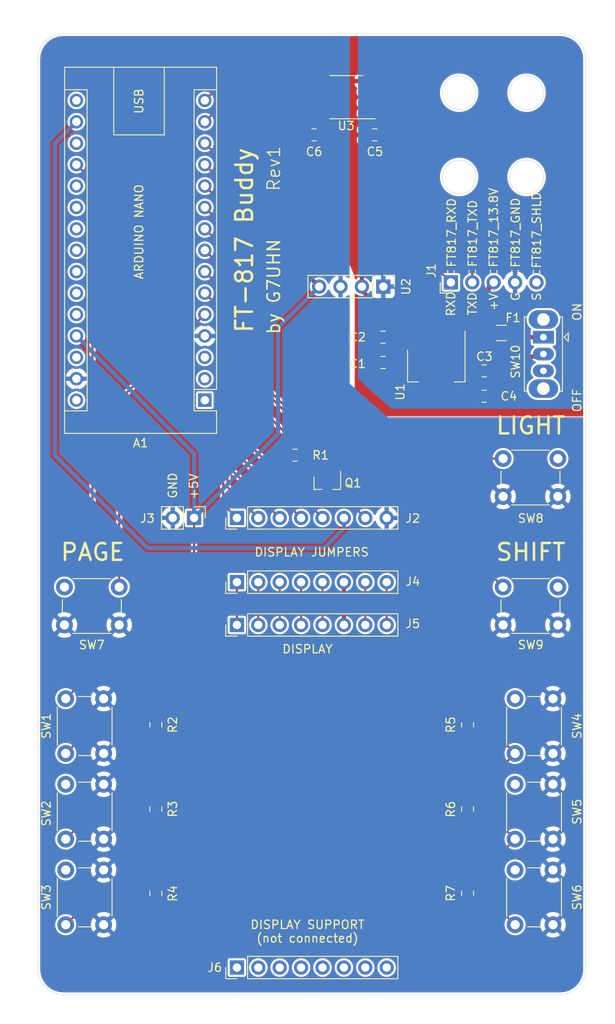
<source format=kicad_pcb>
(kicad_pcb (version 20171130) (host pcbnew "(5.1.6)-1")
  (layers (0 F.Cu signal hide) (31 B.Cu signal) (34 B.Paste user) (35 F.Paste user) (36 B.SilkS user) (37 F.SilkS user) (38 B.Mask user) (39 F.Mask user) (44 Edge.Cuts user))
  (net 0 "")
  (net 1 "Net-(A1-Pad1)")
  (net 2 3V3)
  (net 3 "Net-(A1-Pad2)")
  (net 4 "Net-(A1-Pad18)")
  (net 5 "Net-(A1-Pad3)")
  (net 6 "Net-(A1-Pad19)")
  (net 7 GND2)
  (net 8 "Net-(A1-Pad20)")
  (net 9 ARD_RXD)
  (net 10 "Net-(A1-Pad21)")
  (net 11 ARD_TXD)
  (net 12 "Net-(A1-Pad22)")
  (net 13 BACKLIGHT)
  (net 14 "Net-(A1-Pad23)")
  (net 15 SW7)
  (net 16 "Net-(A1-Pad24)")
  (net 17 SW8)
  (net 18 "Net-(A1-Pad25)")
  (net 19 DC)
  (net 20 "Net-(A1-Pad26)")
  (net 21 RST)
  (net 22 VDD2)
  (net 23 SW9)
  (net 24 "Net-(A1-Pad28)")
  (net 25 CE)
  (net 26 DIN)
  (net 27 "Net-(A1-Pad30)")
  (net 28 CLK)
  (net 29 "Net-(A1-Pad16)")
  (net 30 GND1)
  (net 31 "Net-(C1-Pad1)")
  (net 32 VDD1)
  (net 33 FT817_RXD)
  (net 34 FT817_TXD)
  (net 35 FT817_Vout)
  (net 36 SHIELD)
  (net 37 "Net-(J2-Pad7)")
  (net 38 "Net-(J4-Pad8)")
  (net 39 "Net-(J4-Pad7)")
  (net 40 "Net-(J4-Pad6)")
  (net 41 "Net-(J4-Pad5)")
  (net 42 "Net-(J4-Pad4)")
  (net 43 "Net-(J4-Pad3)")
  (net 44 "Net-(J4-Pad2)")
  (net 45 "Net-(J4-Pad1)")
  (net 46 "Net-(J6-Pad8)")
  (net 47 "Net-(J6-Pad7)")
  (net 48 "Net-(J6-Pad6)")
  (net 49 "Net-(J6-Pad5)")
  (net 50 "Net-(J6-Pad4)")
  (net 51 "Net-(J6-Pad3)")
  (net 52 "Net-(J6-Pad2)")
  (net 53 "Net-(J6-Pad1)")
  (net 54 "Net-(Q1-Pad1)")
  (net 55 "Net-(R3-Pad2)")
  (net 56 "Net-(R4-Pad2)")
  (net 57 "Net-(R5-Pad2)")
  (net 58 "Net-(R6-Pad2)")
  (net 59 "Net-(R7-Pad2)")
  (net 60 "Net-(F1-Pad1)")
  (module Connector_PinHeader_2.54mm:PinHeader_1x05_P2.54mm_Horizontal (layer F.Cu) (at 160.02 63.5 90)
    (fp_text reference J1 (at 1.4 -2.32 90) (layer F.SilkS))
    (fp_text value FT817_ACC)
    (pad 1 thru_hole rect (at 0 0 90) (size 1.7 1.7) (drill 1) (layers *.Cu *.Mask) (net 33 FT817_RXD))
    (pad 2 thru_hole oval (at 0 2.54 90) (size 1.7 1.7) (drill 1) (layers *.Cu *.Mask) (net 34 FT817_TXD))
    (pad 3 thru_hole oval (at 0 5.08 90) (size 1.7 1.7) (drill 1) (layers *.Cu *.Mask) (net 35 FT817_Vout))
    (pad 4 thru_hole oval (at 0 7.62 90) (size 1.7 1.7) (drill 1) (layers *.Cu *.Mask) (net 30 GND1))
    (pad 5 thru_hole oval (at 0 10.16 90) (size 1.7 1.7) (drill 1) (layers *.Cu *.Mask) (net 36 SHIELD))
  )
  (module Module:Arduino_Nano (layer F.Cu) (at 130.81 77.47 180)
    (fp_text reference A1 (at 7.62 -5.08) (layer F.SilkS))
    (fp_text value Arduino_Nano_v3.x)
    (pad 1 thru_hole rect (at 0 0 180) (size 1.6 1.6) (drill 1) (layers *.Cu *.Mask) (net 1 "Net-(A1-Pad1)"))
    (pad 17 thru_hole oval (at 15.24 33.02 180) (size 1.6 1.6) (drill 1) (layers *.Cu *.Mask) (net 2 3V3))
    (pad 2 thru_hole oval (at 0 2.54 180) (size 1.6 1.6) (drill 1) (layers *.Cu *.Mask) (net 3 "Net-(A1-Pad2)"))
    (pad 18 thru_hole oval (at 15.24 30.48 180) (size 1.6 1.6) (drill 1) (layers *.Cu *.Mask) (net 4 "Net-(A1-Pad18)"))
    (pad 3 thru_hole oval (at 0 5.08 180) (size 1.6 1.6) (drill 1) (layers *.Cu *.Mask) (net 5 "Net-(A1-Pad3)"))
    (pad 19 thru_hole oval (at 15.24 27.94 180) (size 1.6 1.6) (drill 1) (layers *.Cu *.Mask) (net 6 "Net-(A1-Pad19)"))
    (pad 4 thru_hole oval (at 0 7.62 180) (size 1.6 1.6) (drill 1) (layers *.Cu *.Mask) (net 7 GND2))
    (pad 20 thru_hole oval (at 15.24 25.4 180) (size 1.6 1.6) (drill 1) (layers *.Cu *.Mask) (net 8 "Net-(A1-Pad20)"))
    (pad 5 thru_hole oval (at 0 10.16 180) (size 1.6 1.6) (drill 1) (layers *.Cu *.Mask) (net 15 SW7))
    (pad 21 thru_hole oval (at 15.24 22.86 180) (size 1.6 1.6) (drill 1) (layers *.Cu *.Mask) (net 10 "Net-(A1-Pad21)"))
    (pad 6 thru_hole oval (at 0 12.7 180) (size 1.6 1.6) (drill 1) (layers *.Cu *.Mask) (net 21 RST))
    (pad 22 thru_hole oval (at 15.24 20.32 180) (size 1.6 1.6) (drill 1) (layers *.Cu *.Mask) (net 12 "Net-(A1-Pad22)"))
    (pad 7 thru_hole oval (at 0 15.24 180) (size 1.6 1.6) (drill 1) (layers *.Cu *.Mask) (net 25 CE))
    (pad 23 thru_hole oval (at 15.24 17.78 180) (size 1.6 1.6) (drill 1) (layers *.Cu *.Mask) (net 14 "Net-(A1-Pad23)"))
    (pad 8 thru_hole oval (at 0 17.78 180) (size 1.6 1.6) (drill 1) (layers *.Cu *.Mask) (net 19 DC))
    (pad 24 thru_hole oval (at 15.24 15.24 180) (size 1.6 1.6) (drill 1) (layers *.Cu *.Mask) (net 16 "Net-(A1-Pad24)"))
    (pad 9 thru_hole oval (at 0 20.32 180) (size 1.6 1.6) (drill 1) (layers *.Cu *.Mask) (net 26 DIN))
    (pad 25 thru_hole oval (at 15.24 12.7 180) (size 1.6 1.6) (drill 1) (layers *.Cu *.Mask) (net 18 "Net-(A1-Pad25)"))
    (pad 10 thru_hole oval (at 0 22.86 180) (size 1.6 1.6) (drill 1) (layers *.Cu *.Mask) (net 28 CLK))
    (pad 26 thru_hole oval (at 15.24 10.16 180) (size 1.6 1.6) (drill 1) (layers *.Cu *.Mask) (net 20 "Net-(A1-Pad26)"))
    (pad 11 thru_hole oval (at 0 25.4 180) (size 1.6 1.6) (drill 1) (layers *.Cu *.Mask) (net 13 BACKLIGHT))
    (pad 27 thru_hole oval (at 15.24 7.62 180) (size 1.6 1.6) (drill 1) (layers *.Cu *.Mask) (net 22 VDD2))
    (pad 12 thru_hole oval (at 0 27.94 180) (size 1.6 1.6) (drill 1) (layers *.Cu *.Mask) (net 23 SW9))
    (pad 28 thru_hole oval (at 15.24 5.08 180) (size 1.6 1.6) (drill 1) (layers *.Cu *.Mask) (net 24 "Net-(A1-Pad28)"))
    (pad 13 thru_hole oval (at 0 30.48 180) (size 1.6 1.6) (drill 1) (layers *.Cu *.Mask) (net 17 SW8))
    (pad 29 thru_hole oval (at 15.24 2.54 180) (size 1.6 1.6) (drill 1) (layers *.Cu *.Mask) (net 7 GND2))
    (pad 14 thru_hole oval (at 0 33.02 180) (size 1.6 1.6) (drill 1) (layers *.Cu *.Mask) (net 11 ARD_TXD))
    (pad 30 thru_hole oval (at 15.24 0 180) (size 1.6 1.6) (drill 1) (layers *.Cu *.Mask) (net 27 "Net-(A1-Pad30)"))
    (pad 15 thru_hole oval (at 0 35.56 180) (size 1.6 1.6) (drill 1) (layers *.Cu *.Mask) (net 9 ARD_RXD))
    (pad 16 thru_hole oval (at 15.24 35.56 180) (size 1.6 1.6) (drill 1) (layers *.Cu *.Mask) (net 29 "Net-(A1-Pad16)"))
  )
  (module Capacitor_SMD:C_0805_2012Metric_Pad1.15x1.40mm_HandSolder (layer F.Cu) (at 151.975 73 180)
    (fp_text reference C1 (at 3.025 -0.15) (layer F.SilkS))
    (fp_text value 10uF)
    (pad 2 smd roundrect (at 1.025 0 180) (size 1.15 1.4) (layers F.Cu F.Paste F.Mask) (roundrect_rratio 0.217391) (net 30 GND1))
    (pad 1 smd roundrect (at -1.025 0 180) (size 1.15 1.4) (layers F.Cu F.Paste F.Mask) (roundrect_rratio 0.217391) (net 31 "Net-(C1-Pad1)"))
  )
  (module Capacitor_SMD:C_0805_2012Metric_Pad1.15x1.40mm_HandSolder (layer F.Cu) (at 151.975 70 180)
    (fp_text reference C2 (at 3.025 0) (layer F.SilkS))
    (fp_text value 100nF)
    (pad 2 smd roundrect (at 1.025 0 180) (size 1.15 1.4) (layers F.Cu F.Paste F.Mask) (roundrect_rratio 0.217391) (net 30 GND1))
    (pad 1 smd roundrect (at -1.025 0 180) (size 1.15 1.4) (layers F.Cu F.Paste F.Mask) (roundrect_rratio 0.217391) (net 31 "Net-(C1-Pad1)"))
  )
  (module Capacitor_SMD:C_0805_2012Metric_Pad1.15x1.40mm_HandSolder (layer F.Cu) (at 163.975 74)
    (fp_text reference C3 (at 0.025 -1.7) (layer F.SilkS))
    (fp_text value 10uF)
    (pad 1 smd roundrect (at -1.025 0) (size 1.15 1.4) (layers F.Cu F.Paste F.Mask) (roundrect_rratio 0.217391) (net 32 VDD1))
    (pad 2 smd roundrect (at 1.025 0) (size 1.15 1.4) (layers F.Cu F.Paste F.Mask) (roundrect_rratio 0.217391) (net 30 GND1))
  )
  (module Capacitor_SMD:C_0805_2012Metric_Pad1.15x1.40mm_HandSolder (layer F.Cu) (at 163.975 77)
    (fp_text reference C4 (at 2.925 0) (layer F.SilkS))
    (fp_text value 100nF)
    (pad 1 smd roundrect (at -1.025 0) (size 1.15 1.4) (layers F.Cu F.Paste F.Mask) (roundrect_rratio 0.217391) (net 32 VDD1))
    (pad 2 smd roundrect (at 1.025 0) (size 1.15 1.4) (layers F.Cu F.Paste F.Mask) (roundrect_rratio 0.217391) (net 30 GND1))
  )
  (module Capacitor_SMD:C_0805_2012Metric_Pad1.15x1.40mm_HandSolder (layer F.Cu) (at 150.975 46)
    (fp_text reference C5 (at 0.025 2) (layer F.SilkS))
    (fp_text value 100nF)
    (pad 2 smd roundrect (at 1.025 0) (size 1.15 1.4) (layers F.Cu F.Paste F.Mask) (roundrect_rratio 0.217391) (net 32 VDD1))
    (pad 1 smd roundrect (at -1.025 0) (size 1.15 1.4) (layers F.Cu F.Paste F.Mask) (roundrect_rratio 0.217391) (net 30 GND1))
  )
  (module Capacitor_SMD:C_0805_2012Metric_Pad1.15x1.40mm_HandSolder (layer F.Cu) (at 143.78 46 180)
    (fp_text reference C6 (at 0 -2) (layer F.SilkS))
    (fp_text value 100nF)
    (pad 1 smd roundrect (at -1.025 0 180) (size 1.15 1.4) (layers F.Cu F.Paste F.Mask) (roundrect_rratio 0.217391) (net 7 GND2))
    (pad 2 smd roundrect (at 1.025 0 180) (size 1.15 1.4) (layers F.Cu F.Paste F.Mask) (roundrect_rratio 0.217391) (net 22 VDD2))
  )
  (module Connector_PinHeader_2.54mm:PinHeader_1x08_P2.54mm_Vertical (layer F.Cu) (at 134.62 91.44 90)
    (fp_text reference J2 (at -0.06 20.88 180) (layer F.SilkS))
    (fp_text value ARD_SPI)
    (pad 1 thru_hole rect (at 0 0 90) (size 1.7 1.7) (drill 1) (layers *.Cu *.Mask) (net 21 RST))
    (pad 2 thru_hole oval (at 0 2.54 90) (size 1.7 1.7) (drill 1) (layers *.Cu *.Mask) (net 25 CE))
    (pad 3 thru_hole oval (at 0 5.08 90) (size 1.7 1.7) (drill 1) (layers *.Cu *.Mask) (net 19 DC))
    (pad 4 thru_hole oval (at 0 7.62 90) (size 1.7 1.7) (drill 1) (layers *.Cu *.Mask) (net 26 DIN))
    (pad 5 thru_hole oval (at 0 10.16 90) (size 1.7 1.7) (drill 1) (layers *.Cu *.Mask) (net 28 CLK))
    (pad 6 thru_hole oval (at 0 12.7 90) (size 1.7 1.7) (drill 1) (layers *.Cu *.Mask) (net 2 3V3))
    (pad 7 thru_hole oval (at 0 15.24 90) (size 1.7 1.7) (drill 1) (layers *.Cu *.Mask) (net 37 "Net-(J2-Pad7)"))
    (pad 8 thru_hole oval (at 0 17.78 90) (size 1.7 1.7) (drill 1) (layers *.Cu *.Mask) (net 7 GND2))
  )
  (module Connector_PinHeader_2.54mm:PinHeader_1x02_P2.54mm_Vertical (layer F.Cu) (at 129.54 91.44 270)
    (fp_text reference J3 (at 0.06 5.54 180) (layer F.SilkS))
    (fp_text value 5VDC)
    (pad 1 thru_hole rect (at 0 0 270) (size 1.7 1.7) (drill 1) (layers *.Cu *.Mask) (net 22 VDD2))
    (pad 2 thru_hole oval (at 0 2.54 270) (size 1.7 1.7) (drill 1) (layers *.Cu *.Mask) (net 7 GND2))
  )
  (module Connector_PinHeader_2.54mm:PinHeader_1x08_P2.54mm_Vertical (layer F.Cu) (at 134.62 99.06 90)
    (fp_text reference J4 (at 0.06 20.88 180) (layer F.SilkS))
    (fp_text value DISP_PINS)
    (pad 8 thru_hole oval (at 0 17.78 90) (size 1.7 1.7) (drill 1) (layers *.Cu *.Mask) (net 38 "Net-(J4-Pad8)"))
    (pad 7 thru_hole oval (at 0 15.24 90) (size 1.7 1.7) (drill 1) (layers *.Cu *.Mask) (net 39 "Net-(J4-Pad7)"))
    (pad 6 thru_hole oval (at 0 12.7 90) (size 1.7 1.7) (drill 1) (layers *.Cu *.Mask) (net 40 "Net-(J4-Pad6)"))
    (pad 5 thru_hole oval (at 0 10.16 90) (size 1.7 1.7) (drill 1) (layers *.Cu *.Mask) (net 41 "Net-(J4-Pad5)"))
    (pad 4 thru_hole oval (at 0 7.62 90) (size 1.7 1.7) (drill 1) (layers *.Cu *.Mask) (net 42 "Net-(J4-Pad4)"))
    (pad 3 thru_hole oval (at 0 5.08 90) (size 1.7 1.7) (drill 1) (layers *.Cu *.Mask) (net 43 "Net-(J4-Pad3)"))
    (pad 2 thru_hole oval (at 0 2.54 90) (size 1.7 1.7) (drill 1) (layers *.Cu *.Mask) (net 44 "Net-(J4-Pad2)"))
    (pad 1 thru_hole rect (at 0 0 90) (size 1.7 1.7) (drill 1) (layers *.Cu *.Mask) (net 45 "Net-(J4-Pad1)"))
  )
  (module Connector_PinHeader_2.54mm:PinHeader_1x08_P2.54mm_Vertical (layer F.Cu) (at 134.62 104.14 90)
    (fp_text reference J5 (at 0.14 20.88 180) (layer F.SilkS))
    (fp_text value DISPLAY)
    (pad 1 thru_hole rect (at 0 0 90) (size 1.7 1.7) (drill 1) (layers *.Cu *.Mask) (net 45 "Net-(J4-Pad1)"))
    (pad 2 thru_hole oval (at 0 2.54 90) (size 1.7 1.7) (drill 1) (layers *.Cu *.Mask) (net 44 "Net-(J4-Pad2)"))
    (pad 3 thru_hole oval (at 0 5.08 90) (size 1.7 1.7) (drill 1) (layers *.Cu *.Mask) (net 43 "Net-(J4-Pad3)"))
    (pad 4 thru_hole oval (at 0 7.62 90) (size 1.7 1.7) (drill 1) (layers *.Cu *.Mask) (net 42 "Net-(J4-Pad4)"))
    (pad 5 thru_hole oval (at 0 10.16 90) (size 1.7 1.7) (drill 1) (layers *.Cu *.Mask) (net 41 "Net-(J4-Pad5)"))
    (pad 6 thru_hole oval (at 0 12.7 90) (size 1.7 1.7) (drill 1) (layers *.Cu *.Mask) (net 40 "Net-(J4-Pad6)"))
    (pad 7 thru_hole oval (at 0 15.24 90) (size 1.7 1.7) (drill 1) (layers *.Cu *.Mask) (net 39 "Net-(J4-Pad7)"))
    (pad 8 thru_hole oval (at 0 17.78 90) (size 1.7 1.7) (drill 1) (layers *.Cu *.Mask) (net 38 "Net-(J4-Pad8)"))
  )
  (module Connector_PinHeader_2.54mm:PinHeader_1x08_P2.54mm_Vertical (layer F.Cu) (at 134.62 144.78 90)
    (fp_text reference J6 (at 0 -2.62 180) (layer F.SilkS))
    (fp_text value DISPLAY_SUPPORT)
    (pad 8 thru_hole oval (at 0 17.78 90) (size 1.7 1.7) (drill 1) (layers *.Cu *.Mask) (net 46 "Net-(J6-Pad8)"))
    (pad 7 thru_hole oval (at 0 15.24 90) (size 1.7 1.7) (drill 1) (layers *.Cu *.Mask) (net 47 "Net-(J6-Pad7)"))
    (pad 6 thru_hole oval (at 0 12.7 90) (size 1.7 1.7) (drill 1) (layers *.Cu *.Mask) (net 48 "Net-(J6-Pad6)"))
    (pad 5 thru_hole oval (at 0 10.16 90) (size 1.7 1.7) (drill 1) (layers *.Cu *.Mask) (net 49 "Net-(J6-Pad5)"))
    (pad 4 thru_hole oval (at 0 7.62 90) (size 1.7 1.7) (drill 1) (layers *.Cu *.Mask) (net 50 "Net-(J6-Pad4)"))
    (pad 3 thru_hole oval (at 0 5.08 90) (size 1.7 1.7) (drill 1) (layers *.Cu *.Mask) (net 51 "Net-(J6-Pad3)"))
    (pad 2 thru_hole oval (at 0 2.54 90) (size 1.7 1.7) (drill 1) (layers *.Cu *.Mask) (net 52 "Net-(J6-Pad2)"))
    (pad 1 thru_hole rect (at 0 0 90) (size 1.7 1.7) (drill 1) (layers *.Cu *.Mask) (net 53 "Net-(J6-Pad1)"))
  )
  (module Package_TO_SOT_SMD:SOT-23 (layer F.Cu) (at 145.35 87.3 270)
    (fp_text reference Q1 (at 0 -3.05 180) (layer F.SilkS))
    (fp_text value BC817)
    (pad 1 smd rect (at -1 -0.95 270) (size 0.9 0.8) (layers F.Cu F.Paste F.Mask) (net 54 "Net-(Q1-Pad1)"))
    (pad 2 smd rect (at -1 0.95 270) (size 0.9 0.8) (layers F.Cu F.Paste F.Mask) (net 7 GND2))
    (pad 3 smd rect (at 1 0 270) (size 0.9 0.8) (layers F.Cu F.Paste F.Mask) (net 37 "Net-(J2-Pad7)"))
  )
  (module Resistor_SMD:R_0805_2012Metric_Pad1.15x1.40mm_HandSolder (layer F.Cu) (at 141.525 84 180)
    (fp_text reference R1 (at -3.025 0 180) (layer F.SilkS))
    (fp_text value 1k)
    (pad 2 smd roundrect (at 1.025 0 180) (size 1.15 1.4) (layers F.Cu F.Paste F.Mask) (roundrect_rratio 0.217391) (net 13 BACKLIGHT))
    (pad 1 smd roundrect (at -1.025 0 180) (size 1.15 1.4) (layers F.Cu F.Paste F.Mask) (roundrect_rratio 0.217391) (net 54 "Net-(Q1-Pad1)"))
  )
  (module Resistor_SMD:R_0805_2012Metric_Pad1.15x1.40mm_HandSolder (layer F.Cu) (at 125 115.975 270)
    (fp_text reference R2 (at 0 -2 90) (layer F.SilkS))
    (fp_text value 47k)
    (pad 1 smd roundrect (at -1.025 0 270) (size 1.15 1.4) (layers F.Cu F.Paste F.Mask) (roundrect_rratio 0.217391) (net 22 VDD2))
    (pad 2 smd roundrect (at 1.025 0 270) (size 1.15 1.4) (layers F.Cu F.Paste F.Mask) (roundrect_rratio 0.217391) (net 6 "Net-(A1-Pad19)"))
  )
  (module Resistor_SMD:R_0805_2012Metric_Pad1.15x1.40mm_HandSolder (layer F.Cu) (at 125 125.975 270)
    (fp_text reference R3 (at 0 -2 90) (layer F.SilkS))
    (fp_text value 9k1)
    (pad 1 smd roundrect (at -1.025 0 270) (size 1.15 1.4) (layers F.Cu F.Paste F.Mask) (roundrect_rratio 0.217391) (net 6 "Net-(A1-Pad19)"))
    (pad 2 smd roundrect (at 1.025 0 270) (size 1.15 1.4) (layers F.Cu F.Paste F.Mask) (roundrect_rratio 0.217391) (net 55 "Net-(R3-Pad2)"))
  )
  (module Resistor_SMD:R_0805_2012Metric_Pad1.15x1.40mm_HandSolder (layer F.Cu) (at 125 135.975 270)
    (fp_text reference R4 (at 0.025 -2 90) (layer F.SilkS))
    (fp_text value 15k)
    (pad 2 smd roundrect (at 1.025 0 270) (size 1.15 1.4) (layers F.Cu F.Paste F.Mask) (roundrect_rratio 0.217391) (net 56 "Net-(R4-Pad2)"))
    (pad 1 smd roundrect (at -1.025 0 270) (size 1.15 1.4) (layers F.Cu F.Paste F.Mask) (roundrect_rratio 0.217391) (net 55 "Net-(R3-Pad2)"))
  )
  (module Resistor_SMD:R_0805_2012Metric_Pad1.15x1.40mm_HandSolder (layer F.Cu) (at 162 115.975 90)
    (fp_text reference R5 (at 0 -2 90) (layer F.SilkS))
    (fp_text value 24k)
    (pad 1 smd roundrect (at -1.025 0 90) (size 1.15 1.4) (layers F.Cu F.Paste F.Mask) (roundrect_rratio 0.217391) (net 56 "Net-(R4-Pad2)"))
    (pad 2 smd roundrect (at 1.025 0 90) (size 1.15 1.4) (layers F.Cu F.Paste F.Mask) (roundrect_rratio 0.217391) (net 57 "Net-(R5-Pad2)"))
  )
  (module Resistor_SMD:R_0805_2012Metric_Pad1.15x1.40mm_HandSolder (layer F.Cu) (at 162 125.975 270)
    (fp_text reference R6 (at 0.025 2 270) (layer F.SilkS))
    (fp_text value 47k)
    (pad 2 smd roundrect (at 1.025 0 270) (size 1.15 1.4) (layers F.Cu F.Paste F.Mask) (roundrect_rratio 0.217391) (net 58 "Net-(R6-Pad2)"))
    (pad 1 smd roundrect (at -1.025 0 270) (size 1.15 1.4) (layers F.Cu F.Paste F.Mask) (roundrect_rratio 0.217391) (net 57 "Net-(R5-Pad2)"))
  )
  (module Resistor_SMD:R_0805_2012Metric_Pad1.15x1.40mm_HandSolder (layer F.Cu) (at 162 135.975 270)
    (fp_text reference R7 (at 0 2 90) (layer F.SilkS))
    (fp_text value 150k)
    (pad 1 smd roundrect (at -1.025 0 270) (size 1.15 1.4) (layers F.Cu F.Paste F.Mask) (roundrect_rratio 0.217391) (net 58 "Net-(R6-Pad2)"))
    (pad 2 smd roundrect (at 1.025 0 270) (size 1.15 1.4) (layers F.Cu F.Paste F.Mask) (roundrect_rratio 0.217391) (net 59 "Net-(R7-Pad2)"))
  )
  (module Button_Switch_THT:SW_PUSH_6mm (layer F.Cu) (at 114.3 119.38 90)
    (fp_text reference SW1 (at 3.25 -2.3 90) (layer F.SilkS))
    (fp_text value SW_Push)
    (pad 2 thru_hole circle (at 0 4.5 180) (size 2 2) (drill 1.1) (layers *.Cu *.Mask) (net 7 GND2))
    (pad 1 thru_hole circle (at 0 0 180) (size 2 2) (drill 1.1) (layers *.Cu *.Mask) (net 6 "Net-(A1-Pad19)"))
    (pad 2 thru_hole circle (at 6.5 4.5 180) (size 2 2) (drill 1.1) (layers *.Cu *.Mask) (net 7 GND2))
    (pad 1 thru_hole circle (at 6.5 0 180) (size 2 2) (drill 1.1) (layers *.Cu *.Mask) (net 6 "Net-(A1-Pad19)"))
  )
  (module Button_Switch_THT:SW_PUSH_6mm (layer F.Cu) (at 114.3 129.54 90)
    (fp_text reference SW2 (at 3.04 -2.3 90) (layer F.SilkS))
    (fp_text value SW_Push)
    (pad 1 thru_hole circle (at 6.5 0 180) (size 2 2) (drill 1.1) (layers *.Cu *.Mask) (net 55 "Net-(R3-Pad2)"))
    (pad 2 thru_hole circle (at 6.5 4.5 180) (size 2 2) (drill 1.1) (layers *.Cu *.Mask) (net 7 GND2))
    (pad 1 thru_hole circle (at 0 0 180) (size 2 2) (drill 1.1) (layers *.Cu *.Mask) (net 55 "Net-(R3-Pad2)"))
    (pad 2 thru_hole circle (at 0 4.5 180) (size 2 2) (drill 1.1) (layers *.Cu *.Mask) (net 7 GND2))
  )
  (module Button_Switch_THT:SW_PUSH_6mm (layer F.Cu) (at 114.3 139.7 90)
    (fp_text reference SW3 (at 3.25 -2.3 90) (layer F.SilkS))
    (fp_text value SW_Push)
    (pad 2 thru_hole circle (at 0 4.5 180) (size 2 2) (drill 1.1) (layers *.Cu *.Mask) (net 7 GND2))
    (pad 1 thru_hole circle (at 0 0 180) (size 2 2) (drill 1.1) (layers *.Cu *.Mask) (net 56 "Net-(R4-Pad2)"))
    (pad 2 thru_hole circle (at 6.5 4.5 180) (size 2 2) (drill 1.1) (layers *.Cu *.Mask) (net 7 GND2))
    (pad 1 thru_hole circle (at 6.5 0 180) (size 2 2) (drill 1.1) (layers *.Cu *.Mask) (net 56 "Net-(R4-Pad2)"))
  )
  (module Button_Switch_THT:SW_PUSH_6mm (layer F.Cu) (at 167.64 119.38 90)
    (fp_text reference SW4 (at 3.25 7.36 90) (layer F.SilkS))
    (fp_text value SW_Push)
    (pad 1 thru_hole circle (at 6.5 0 180) (size 2 2) (drill 1.1) (layers *.Cu *.Mask) (net 57 "Net-(R5-Pad2)"))
    (pad 2 thru_hole circle (at 6.5 4.5 180) (size 2 2) (drill 1.1) (layers *.Cu *.Mask) (net 7 GND2))
    (pad 1 thru_hole circle (at 0 0 180) (size 2 2) (drill 1.1) (layers *.Cu *.Mask) (net 57 "Net-(R5-Pad2)"))
    (pad 2 thru_hole circle (at 0 4.5 180) (size 2 2) (drill 1.1) (layers *.Cu *.Mask) (net 7 GND2))
  )
  (module Button_Switch_THT:SW_PUSH_6mm (layer F.Cu) (at 167.64 129.54 90)
    (fp_text reference SW5 (at 3.25 7.36 90) (layer F.SilkS))
    (fp_text value SW_Push)
    (pad 2 thru_hole circle (at 0 4.5 180) (size 2 2) (drill 1.1) (layers *.Cu *.Mask) (net 7 GND2))
    (pad 1 thru_hole circle (at 0 0 180) (size 2 2) (drill 1.1) (layers *.Cu *.Mask) (net 58 "Net-(R6-Pad2)"))
    (pad 2 thru_hole circle (at 6.5 4.5 180) (size 2 2) (drill 1.1) (layers *.Cu *.Mask) (net 7 GND2))
    (pad 1 thru_hole circle (at 6.5 0 180) (size 2 2) (drill 1.1) (layers *.Cu *.Mask) (net 58 "Net-(R6-Pad2)"))
  )
  (module Button_Switch_THT:SW_PUSH_6mm (layer F.Cu) (at 167.64 139.7 90)
    (fp_text reference SW6 (at 3.25 7.36 90) (layer F.SilkS))
    (fp_text value SW_Push)
    (pad 1 thru_hole circle (at 6.5 0 180) (size 2 2) (drill 1.1) (layers *.Cu *.Mask) (net 59 "Net-(R7-Pad2)"))
    (pad 2 thru_hole circle (at 6.5 4.5 180) (size 2 2) (drill 1.1) (layers *.Cu *.Mask) (net 7 GND2))
    (pad 1 thru_hole circle (at 0 0 180) (size 2 2) (drill 1.1) (layers *.Cu *.Mask) (net 59 "Net-(R7-Pad2)"))
    (pad 2 thru_hole circle (at 0 4.5 180) (size 2 2) (drill 1.1) (layers *.Cu *.Mask) (net 7 GND2))
  )
  (module Button_Switch_THT:SW_PUSH_6mm (layer F.Cu) (at 120.65 104.14 180)
    (fp_text reference SW7 (at 3.25 -2.36) (layer F.SilkS))
    (fp_text value SW_Push)
    (pad 2 thru_hole circle (at 0 4.5 270) (size 2 2) (drill 1.1) (layers *.Cu *.Mask) (net 15 SW7))
    (pad 1 thru_hole circle (at 0 0 270) (size 2 2) (drill 1.1) (layers *.Cu *.Mask) (net 7 GND2))
    (pad 2 thru_hole circle (at 6.5 4.5 270) (size 2 2) (drill 1.1) (layers *.Cu *.Mask) (net 15 SW7))
    (pad 1 thru_hole circle (at 6.5 0 270) (size 2 2) (drill 1.1) (layers *.Cu *.Mask) (net 7 GND2))
  )
  (module Button_Switch_THT:SW_PUSH_6mm (layer F.Cu) (at 172.72 88.9 180)
    (fp_text reference SW8 (at 3.22 -2.6) (layer F.SilkS))
    (fp_text value SW_Push)
    (pad 1 thru_hole circle (at 6.5 0 270) (size 2 2) (drill 1.1) (layers *.Cu *.Mask) (net 7 GND2))
    (pad 2 thru_hole circle (at 6.5 4.5 270) (size 2 2) (drill 1.1) (layers *.Cu *.Mask) (net 17 SW8))
    (pad 1 thru_hole circle (at 0 0 270) (size 2 2) (drill 1.1) (layers *.Cu *.Mask) (net 7 GND2))
    (pad 2 thru_hole circle (at 0 4.5 270) (size 2 2) (drill 1.1) (layers *.Cu *.Mask) (net 17 SW8))
  )
  (module Button_Switch_THT:SW_PUSH_6mm (layer F.Cu) (at 172.72 104.14 180)
    (fp_text reference SW9 (at 3.22 -2.36) (layer F.SilkS))
    (fp_text value SW_Push)
    (pad 2 thru_hole circle (at 0 4.5 270) (size 2 2) (drill 1.1) (layers *.Cu *.Mask) (net 23 SW9))
    (pad 1 thru_hole circle (at 0 0 270) (size 2 2) (drill 1.1) (layers *.Cu *.Mask) (net 7 GND2))
    (pad 2 thru_hole circle (at 6.5 4.5 270) (size 2 2) (drill 1.1) (layers *.Cu *.Mask) (net 23 SW9))
    (pad 1 thru_hole circle (at 6.5 0 270) (size 2 2) (drill 1.1) (layers *.Cu *.Mask) (net 7 GND2))
  )
  (module Package_TO_SOT_SMD:SOT-223-3_TabPin2 (layer F.Cu) (at 158.29 73.39 270)
    (fp_text reference U1 (at 3.11 4.29 90) (layer F.SilkS))
    (fp_text value AP1117-50)
    (pad 2 smd rect (at 3.15 0 270) (size 2 3.8) (layers F.Cu F.Paste F.Mask) (net 32 VDD1))
    (pad 2 smd rect (at -3.15 0 270) (size 2 1.5) (layers F.Cu F.Paste F.Mask) (net 32 VDD1))
    (pad 3 smd rect (at -3.15 2.3 270) (size 2 1.5) (layers F.Cu F.Paste F.Mask) (net 31 "Net-(C1-Pad1)"))
    (pad 1 smd rect (at -3.15 -2.3 270) (size 2 1.5) (layers F.Cu F.Paste F.Mask) (net 30 GND1))
  )
  (module Connector_PinHeader_2.54mm:PinHeader_1x04_P2.54mm_Vertical (layer F.Cu) (at 152 64 270)
    (fp_text reference U2 (at 0 -2.7 90) (layer F.SilkS))
    (fp_text value B0505S-1W)
    (pad 1 thru_hole rect (at 0 0 270) (size 1.7 1.7) (drill 1) (layers *.Cu *.Mask) (net 30 GND1))
    (pad 2 thru_hole oval (at 0 2.54 270) (size 1.7 1.7) (drill 1) (layers *.Cu *.Mask) (net 32 VDD1))
    (pad 3 thru_hole oval (at 0 5.08 270) (size 1.7 1.7) (drill 1) (layers *.Cu *.Mask) (net 7 GND2))
    (pad 4 thru_hole oval (at 0 7.62 270) (size 1.7 1.7) (drill 1) (layers *.Cu *.Mask) (net 22 VDD2))
  )
  (module Package_SO:SOIC-8_3.9x4.9mm_P1.27mm (layer F.Cu) (at 147.59 41.53 180)
    (fp_text reference U3 (at 0 -3.4) (layer F.SilkS))
    (fp_text value ADuM1201AR)
    (pad 1 smd roundrect (at -2.475 -1.905 180) (size 1.95 0.6) (layers F.Cu F.Paste F.Mask) (net 32 VDD1))
    (pad 2 smd roundrect (at -2.475 -0.635 180) (size 1.95 0.6) (layers F.Cu F.Paste F.Mask) (net 33 FT817_RXD))
    (pad 3 smd roundrect (at -2.475 0.635 180) (size 1.95 0.6) (layers F.Cu F.Paste F.Mask) (net 34 FT817_TXD))
    (pad 4 smd roundrect (at -2.475 1.905 180) (size 1.95 0.6) (layers F.Cu F.Paste F.Mask) (net 30 GND1))
    (pad 5 smd roundrect (at 2.475 1.905 180) (size 1.95 0.6) (layers F.Cu F.Paste F.Mask) (net 7 GND2))
    (pad 6 smd roundrect (at 2.475 0.635 180) (size 1.95 0.6) (layers F.Cu F.Paste F.Mask) (net 9 ARD_RXD))
    (pad 7 smd roundrect (at 2.475 -0.635 180) (size 1.95 0.6) (layers F.Cu F.Paste F.Mask) (net 11 ARD_TXD))
    (pad 8 smd roundrect (at 2.475 -1.905 180) (size 1.95 0.6) (layers F.Cu F.Paste F.Mask) (net 22 VDD2))
  )
  (module Button_Switch_THT:SW_Slide_1P2T_CK_OS102011MS2Q (layer F.Cu) (at 171 70 270)
    (fp_text reference SW10 (at 2.9 3.3 90) (layer F.SilkS))
    (fp_text value ON_OFF)
    (pad 1 thru_hole rect (at 0 0 270) (size 1.5 2.5) (drill 0.8) (layers *.Cu *.Mask) (net 60 "Net-(F1-Pad1)"))
    (pad 2 thru_hole oval (at 2 0 270) (size 1.5 2.5) (drill 0.8) (layers *.Cu *.Mask) (net 31 "Net-(C1-Pad1)"))
    (pad 3 thru_hole oval (at 4 0 270) (size 1.5 2.5) (drill 0.8) (layers *.Cu *.Mask))
    (pad "" thru_hole oval (at -2.1 0 270) (size 2.2 3.5) (drill 1.5) (layers *.Cu *.Mask))
    (pad "" thru_hole oval (at 6.1 0 270) (size 2.2 3.5) (drill 1.5) (layers *.Cu *.Mask))
  )
  (module Fuse:Fuse_1206_3216Metric_Pad1.42x1.75mm_HandSolder (layer F.Cu) (at 166 69.5 180)
    (fp_text reference F1 (at -1.4 1.8) (layer F.SilkS))
    (fp_text value Polyfuse_Small)
    (pad 1 smd roundrect (at -1.4875 0 180) (size 1.425 1.75) (layers F.Cu F.Paste F.Mask) (roundrect_rratio 0.175439) (net 60 "Net-(F1-Pad1)"))
    (pad 2 smd roundrect (at 1.4875 0 180) (size 1.425 1.75) (layers F.Cu F.Paste F.Mask) (roundrect_rratio 0.175439) (net 35 FT817_Vout))
  )
  (gr_text USB (at 123 42 90) (layer F.SilkS) (effects (font (size 1 1))))
  (gr_line (start 126 46) (end 126 38) (layer F.SilkS) (width 0.12))
  (gr_line (start 120 46) (end 126 46) (layer F.SilkS) (width 0.12))
  (gr_line (start 120 38) (end 120 46) (layer F.SilkS) (width 0.12))
  (gr_text Rev1 (at 139 50 90) (layer F.SilkS) (effects (font (size 1.5 1.5))))
  (gr_text S (at 170.2 65.2 90) (layer F.SilkS) (effects (font (size 1 1))))
  (gr_text G (at 167.7 65.2 90) (layer F.SilkS) (effects (font (size 1 1))))
  (gr_text +V (at 165.1 65.8 90) (layer F.SilkS) (effects (font (size 1 1))))
  (gr_text TXD (at 162.56 66.04 90) (layer F.SilkS) (effects (font (size 1 1))))
  (gr_text RXD (at 160.02 66.04 90) (layer F.SilkS) (effects (font (size 1 1))))
  (gr_text "by G7UHN" (at 139 64 90) (layer F.SilkS) (effects (font (size 1.5 1.5) (thickness 0.2))))
  (gr_text LIGHT (at 169.5 80.5) (layer F.SilkS) (effects (font (size 2 2) (thickness 0.3))))
  (gr_text SHIFT (at 169.5 95.5) (layer F.SilkS) (effects (font (size 2 2) (thickness 0.3))))
  (gr_text PAGE (at 117.5 95.5) (layer F.SilkS) (effects (font (size 2 2) (thickness 0.3))))
  (gr_text +5V (at 129.5 87.7 90) (layer F.SilkS) (effects (font (size 1 1))))
  (gr_text GND (at 127 87.6 90) (layer F.SilkS) (effects (font (size 1 1))))
  (gr_text FT817_SHLD (at 170.2 57.3 90) (layer F.SilkS) (effects (font (size 1 1))))
  (gr_text FT817_GND (at 167.7 57.6 90) (layer F.SilkS) (effects (font (size 1 1))))
  (gr_text FT817_13.8V (at 165.1 57 90) (layer F.SilkS) (effects (font (size 1 1))))
  (gr_text FT817_TXD (at 162.6 57.7 90) (layer F.SilkS) (effects (font (size 1 1))))
  (gr_text FT817_RXD (at 160.1 57.6 90) (layer F.SilkS) (effects (font (size 1 1))))
  (gr_text "FT-817 Buddy" (at 135.5 58.5 90) (layer F.SilkS) (effects (font (size 2 2) (thickness 0.3))))
  (gr_text OFF (at 175 77.5 90) (layer F.SilkS) (effects (font (size 1 1))))
  (gr_text ON (at 175 67 90) (layer F.SilkS) (effects (font (size 1 1))))
  (gr_text "ARDUINO NANO" (at 123 57.5 90) (layer F.SilkS) (effects (font (size 1 1))))
  (gr_text "DISPLAY JUMPERS" (at 143.5 95.5) (layer F.SilkS) (effects (font (size 1 1))))
  (gr_text DISPLAY (at 143 107) (layer F.SilkS) (effects (font (size 1 1))))
  (gr_text "DISPLAY SUPPORT\n(not connected)" (at 143 140.5) (layer F.SilkS) (effects (font (size 1 1))))
  (gr_circle (center 169 51) (end 167 51) (layer Edge.Cuts) (width 0.05))
  (gr_circle (center 161 51) (end 163 51) (layer Edge.Cuts) (width 0.05))
  (gr_circle (center 169 41) (end 171 41) (layer Edge.Cuts) (width 0.05))
  (gr_circle (center 161 41) (end 163 41) (layer Edge.Cuts) (width 0.05))
  (gr_line (start 111 145) (end 111 37) (layer Edge.Cuts) (width 0.05))
  (gr_line (start 173 148) (end 114 148) (layer Edge.Cuts) (width 0.05))
  (gr_line (start 176 37) (end 176 145) (layer Edge.Cuts) (width 0.05))
  (gr_line (start 114 34) (end 173 34) (layer Edge.Cuts) (width 0.05))
  (gr_arc (start 114 145) (end 111 145) (angle -90) (layer Edge.Cuts) (width 0.05))
  (gr_arc (start 114 37) (end 114 34) (angle -90) (layer Edge.Cuts) (width 0.05))
  (gr_arc (start 173 37) (end 176 37) (angle -90) (layer Edge.Cuts) (width 0.05))
  (gr_arc (start 173 145) (end 173 148) (angle -90) (layer Edge.Cuts) (width 0.05))
  (segment (start 115.57 44.45) (end 113 47.02) (width 0.5) (layer B.Cu) (net 2))
  (segment (start 113 47.02) (end 113 84) (width 0.5) (layer B.Cu) (net 2))
  (segment (start 113 84) (end 124 95) (width 0.5) (layer B.Cu) (net 2))
  (segment (start 124 95) (end 145 95) (width 0.5) (layer B.Cu) (net 2))
  (segment (start 147.32 92.68) (end 147.32 91.44) (width 0.5) (layer B.Cu) (net 2))
  (segment (start 145 95) (end 147.32 92.68) (width 0.5) (layer B.Cu) (net 2))
  (segment (start 116.68 117) (end 114.3 119.38) (width 0.25) (layer F.Cu) (net 6))
  (segment (start 125 117) (end 116.68 117) (width 0.25) (layer F.Cu) (net 6))
  (segment (start 125 117) (end 125 124.95) (width 0.25) (layer F.Cu) (net 6))
  (segment (start 115.57 49.53) (end 118 51.96) (width 0.25) (layer F.Cu) (net 6))
  (segment (start 117.474999 52.485001) (end 117.474999 109.705001) (width 0.25) (layer F.Cu) (net 6))
  (segment (start 117.474999 109.705001) (end 114.3 112.88) (width 0.25) (layer F.Cu) (net 6))
  (segment (start 118 51.96) (end 117.474999 52.485001) (width 0.25) (layer F.Cu) (net 6))
  (segment (start 131.825 40.895) (end 145.115 40.895) (width 0.25) (layer F.Cu) (net 9))
  (segment (start 130.81 41.91) (end 131.825 40.895) (width 0.25) (layer F.Cu) (net 9))
  (segment (start 133.095 42.165) (end 145.115 42.165) (width 0.25) (layer F.Cu) (net 11))
  (segment (start 130.81 44.45) (end 133.095 42.165) (width 0.25) (layer F.Cu) (net 11))
  (segment (start 135.5 56.76) (end 130.81 52.07) (width 0.25) (layer F.Cu) (net 13))
  (segment (start 135.5 74.63641) (end 135.5 74.5) (width 0.25) (layer F.Cu) (net 13))
  (segment (start 135.5 74.5) (end 135.5 56.76) (width 0.25) (layer F.Cu) (net 13))
  (segment (start 135.5 76.5) (end 135.5 74.5) (width 0.25) (layer F.Cu) (net 13))
  (segment (start 140.5 84) (end 140.5 81.5) (width 0.25) (layer F.Cu) (net 13))
  (segment (start 140.5 81.5) (end 135.5 76.5) (width 0.25) (layer F.Cu) (net 13))
  (segment (start 120.65 77.47) (end 120.65 99.64) (width 0.25) (layer F.Cu) (net 15))
  (segment (start 130.81 67.31) (end 120.65 77.47) (width 0.25) (layer F.Cu) (net 15))
  (segment (start 133.5 49.68) (end 130.81 46.99) (width 0.25) (layer F.Cu) (net 17))
  (segment (start 133.5 51.5) (end 133.5 49.68) (width 0.25) (layer F.Cu) (net 17))
  (segment (start 136.45001 54.45001) (end 133.5 51.5) (width 0.25) (layer F.Cu) (net 17))
  (segment (start 151.61641 84.4) (end 149.61639 82.39998) (width 0.25) (layer F.Cu) (net 17))
  (segment (start 149.61639 82.39998) (end 144.53639 82.39998) (width 0.25) (layer F.Cu) (net 17))
  (segment (start 166.22 84.4) (end 151.61641 84.4) (width 0.25) (layer F.Cu) (net 17))
  (segment (start 136.45001 74.3136) (end 136.45001 54.45001) (width 0.25) (layer F.Cu) (net 17))
  (segment (start 144.53639 82.39998) (end 136.45001 74.3136) (width 0.25) (layer F.Cu) (net 17))
  (segment (start 130.81 59.69) (end 133.95001 62.83001) (width 0.25) (layer F.Cu) (net 19))
  (segment (start 133.95001 85.69001) (end 139.7 91.44) (width 0.25) (layer F.Cu) (net 19))
  (segment (start 133.95001 62.83001) (end 133.95001 85.69001) (width 0.25) (layer F.Cu) (net 19))
  (segment (start 130.81 64.77) (end 133 66.96) (width 0.25) (layer F.Cu) (net 21))
  (segment (start 133 89.82) (end 134.62 91.44) (width 0.25) (layer F.Cu) (net 21))
  (segment (start 133 66.96) (end 133 89.82) (width 0.25) (layer F.Cu) (net 21))
  (segment (start 142.755 45.795) (end 145.115 43.435) (width 0.5) (layer F.Cu) (net 22))
  (segment (start 142.755 46) (end 142.755 45.795) (width 0.25) (layer F.Cu) (net 22))
  (segment (start 142.755 62.375) (end 144.38 64) (width 0.5) (layer F.Cu) (net 22))
  (segment (start 142.755 46) (end 142.755 62.375) (width 0.5) (layer F.Cu) (net 22))
  (segment (start 129.54 110.41) (end 125 114.95) (width 0.25) (layer F.Cu) (net 22))
  (segment (start 129.54 91.44) (end 129.54 110.41) (width 0.25) (layer F.Cu) (net 22))
  (segment (start 144.38 64) (end 139.5 68.88) (width 0.5) (layer B.Cu) (net 22))
  (segment (start 139.5 68.88) (end 139.5 81.48) (width 0.5) (layer B.Cu) (net 22))
  (segment (start 139.5 81.48) (end 129.54 91.44) (width 0.5) (layer B.Cu) (net 22))
  (segment (start 129.54 83.82) (end 129.54 91.44) (width 0.5) (layer B.Cu) (net 22))
  (segment (start 115.57 69.85) (end 129.54 83.82) (width 0.5) (layer B.Cu) (net 22))
  (segment (start 157.35001 90.77001) (end 166.22 99.64) (width 0.25) (layer F.Cu) (net 23))
  (segment (start 130.81 49.53) (end 136 54.72) (width 0.25) (layer F.Cu) (net 23))
  (segment (start 136 54.72) (end 136 74.5) (width 0.25) (layer F.Cu) (net 23))
  (segment (start 149.42999 82.84999) (end 144.34999 82.84999) (width 0.25) (layer F.Cu) (net 23))
  (segment (start 157.35001 90.77001) (end 149.42999 82.84999) (width 0.25) (layer F.Cu) (net 23))
  (segment (start 144.34999 82.84999) (end 136 74.5) (width 0.25) (layer F.Cu) (net 23))
  (segment (start 130.81 62.23) (end 133.5 64.92) (width 0.25) (layer F.Cu) (net 25))
  (segment (start 133.5 87.78) (end 137.16 91.44) (width 0.25) (layer F.Cu) (net 25))
  (segment (start 133.5 64.92) (end 133.5 87.78) (width 0.25) (layer F.Cu) (net 25))
  (segment (start 130.81 57.15) (end 134.40002 60.74002) (width 0.25) (layer F.Cu) (net 26))
  (segment (start 134.40002 83.60002) (end 142.24 91.44) (width 0.25) (layer F.Cu) (net 26))
  (segment (start 134.40002 60.74002) (end 134.40002 83.60002) (width 0.25) (layer F.Cu) (net 26))
  (segment (start 130.81 54.61) (end 134.85003 58.65003) (width 0.25) (layer F.Cu) (net 28))
  (segment (start 134.85003 81.51003) (end 144.78 91.44) (width 0.25) (layer F.Cu) (net 28))
  (segment (start 134.85003 58.65003) (end 134.85003 81.51003) (width 0.25) (layer F.Cu) (net 28))
  (segment (start 153.24 70.24) (end 153 70) (width 0.25) (layer F.Cu) (net 31))
  (segment (start 155.99 70.24) (end 153.24 70.24) (width 0.5) (layer F.Cu) (net 31))
  (segment (start 153.23 73) (end 155.99 70.24) (width 0.5) (layer F.Cu) (net 31))
  (segment (start 153 73) (end 153.23 73) (width 0.25) (layer F.Cu) (net 31))
  (segment (start 155.99 71.49) (end 156.8 72.3) (width 0.5) (layer F.Cu) (net 31))
  (segment (start 156.8 72.3) (end 170.7 72.3) (width 0.5) (layer F.Cu) (net 31))
  (segment (start 170.7 72.3) (end 171 72) (width 0.5) (layer F.Cu) (net 31))
  (segment (start 155.99 70.24) (end 155.99 71.49) (width 0.5) (layer F.Cu) (net 31))
  (segment (start 152 45.37) (end 150.065 43.435) (width 0.5) (layer F.Cu) (net 32))
  (segment (start 152 46) (end 152 45.37) (width 0.25) (layer F.Cu) (net 32))
  (segment (start 149.46 64) (end 149.46 62.54) (width 0.5) (layer F.Cu) (net 32))
  (segment (start 149.46 62.54) (end 152 60) (width 0.5) (layer F.Cu) (net 32))
  (segment (start 152 60) (end 152 46) (width 0.5) (layer F.Cu) (net 32))
  (segment (start 162.49 76.54) (end 162.95 77) (width 0.25) (layer F.Cu) (net 32))
  (segment (start 158.29 76.54) (end 162.49 76.54) (width 0.5) (layer F.Cu) (net 32))
  (segment (start 160.83 74) (end 158.29 76.54) (width 0.5) (layer F.Cu) (net 32))
  (segment (start 162.95 74) (end 160.83 74) (width 0.5) (layer F.Cu) (net 32))
  (segment (start 158.29 68.99) (end 155.3 66) (width 0.5) (layer F.Cu) (net 32))
  (segment (start 151 66) (end 149.46 64.46) (width 0.5) (layer F.Cu) (net 32))
  (segment (start 149.46 64.46) (end 149.46 64) (width 0.5) (layer F.Cu) (net 32))
  (segment (start 155.3 66) (end 151 66) (width 0.5) (layer F.Cu) (net 32))
  (segment (start 158.29 70.24) (end 158.29 68.99) (width 0.5) (layer F.Cu) (net 32))
  (segment (start 151.04 42.165) (end 155 46.125) (width 0.25) (layer F.Cu) (net 33))
  (segment (start 150.065 42.165) (end 151.04 42.165) (width 0.25) (layer F.Cu) (net 33))
  (segment (start 155 58.48) (end 160.02 63.5) (width 0.25) (layer F.Cu) (net 33))
  (segment (start 155 46.125) (end 155 58.48) (width 0.25) (layer F.Cu) (net 33))
  (segment (start 151.04 40.895) (end 157 46.855) (width 0.25) (layer F.Cu) (net 34))
  (segment (start 150.065 40.895) (end 151.04 40.895) (width 0.25) (layer F.Cu) (net 34))
  (segment (start 157 46.855) (end 157 55) (width 0.25) (layer F.Cu) (net 34))
  (segment (start 162.56 60.56) (end 162.56 63.5) (width 0.25) (layer F.Cu) (net 34))
  (segment (start 157 55) (end 162.56 60.56) (width 0.25) (layer F.Cu) (net 34))
  (segment (start 165.1 68.9125) (end 164.5125 69.5) (width 0.25) (layer F.Cu) (net 35))
  (segment (start 165.1 63.5) (end 165 63.5) (width 0.25) (layer F.Cu) (net 35))
  (segment (start 164.5125 63.9875) (end 164.5125 69.5) (width 0.5) (layer F.Cu) (net 35))
  (segment (start 165 63.5) (end 164.5125 63.9875) (width 0.25) (layer F.Cu) (net 35))
  (segment (start 149.95 91.35) (end 149.86 91.44) (width 0.25) (layer F.Cu) (net 37))
  (segment (start 145.35 88.3) (end 145.35 88.35) (width 0.25) (layer F.Cu) (net 37))
  (segment (start 146.77 88.35) (end 149.86 91.44) (width 0.25) (layer F.Cu) (net 37))
  (segment (start 145.35 88.35) (end 146.77 88.35) (width 0.25) (layer F.Cu) (net 37))
  (segment (start 152.4 104.14) (end 152.4 99.06) (width 0.25) (layer F.Cu) (net 38))
  (segment (start 149.86 104.14) (end 149.86 99.06) (width 0.25) (layer F.Cu) (net 39))
  (segment (start 147.32 104.14) (end 147.32 99.06) (width 0.5) (layer F.Cu) (net 40))
  (segment (start 144.78 104.14) (end 144.78 99.06) (width 0.25) (layer F.Cu) (net 41))
  (segment (start 142.24 104.14) (end 142.24 99.06) (width 0.25) (layer F.Cu) (net 42))
  (segment (start 139.7 104.14) (end 139.7 99.06) (width 0.25) (layer F.Cu) (net 43))
  (segment (start 137.16 104.14) (end 137.16 99.06) (width 0.25) (layer F.Cu) (net 44))
  (segment (start 134.62 104.14) (end 134.62 99.06) (width 0.25) (layer F.Cu) (net 45))
  (segment (start 146.4 86.2) (end 146.3 86.3) (width 0.25) (layer F.Cu) (net 54))
  (segment (start 144 84) (end 142.55 84) (width 0.25) (layer F.Cu) (net 54))
  (segment (start 146.3 86.3) (end 144 84) (width 0.25) (layer F.Cu) (net 54))
  (segment (start 116.84 127) (end 114.3 129.54) (width 0.25) (layer F.Cu) (net 55))
  (segment (start 125 127) (end 116.84 127) (width 0.25) (layer F.Cu) (net 55))
  (segment (start 125 127) (end 125 134.95) (width 0.25) (layer F.Cu) (net 55))
  (segment (start 117 137) (end 114.3 139.7) (width 0.25) (layer F.Cu) (net 56))
  (segment (start 125 137) (end 117 137) (width 0.25) (layer F.Cu) (net 56))
  (segment (start 142 137) (end 162 117) (width 0.25) (layer F.Cu) (net 56))
  (segment (start 125 137) (end 142 137) (width 0.25) (layer F.Cu) (net 56))
  (segment (start 163.21 114.95) (end 167.64 119.38) (width 0.25) (layer F.Cu) (net 57))
  (segment (start 162 114.95) (end 163.21 114.95) (width 0.25) (layer F.Cu) (net 57))
  (segment (start 162.07 124.95) (end 167.64 119.38) (width 0.25) (layer F.Cu) (net 57))
  (segment (start 162 124.95) (end 162.07 124.95) (width 0.25) (layer F.Cu) (net 57))
  (segment (start 165.1 127) (end 167.64 129.54) (width 0.25) (layer F.Cu) (net 58))
  (segment (start 162 127) (end 165.1 127) (width 0.25) (layer F.Cu) (net 58))
  (segment (start 162.23 134.95) (end 167.64 129.54) (width 0.25) (layer F.Cu) (net 58))
  (segment (start 162 134.95) (end 162.23 134.95) (width 0.25) (layer F.Cu) (net 58))
  (segment (start 164.94 137) (end 167.64 139.7) (width 0.25) (layer F.Cu) (net 59))
  (segment (start 162 137) (end 164.94 137) (width 0.25) (layer F.Cu) (net 59))
  (segment (start 167.9875 70) (end 167.4875 69.5) (width 0.25) (layer F.Cu) (net 60))
  (segment (start 171 70) (end 167.9875 70) (width 0.5) (layer F.Cu) (net 60))
  (zone (net 30) (net_name GND1) (layer F.Cu) (connect_pads (clearance 0.254)) (min_thickness 0.254) (fill yes (arc_segments 32) (thermal_gap 0.508) (thermal_bridge_width 0.508))
    (polygon (pts (xy 185.4 48.6) (xy 180.7 79.4) (xy 151.7 79.4) (xy 148.6 76.3) (xy 148.6 62.8) (xy 148 61.4) (xy 148 33.3) (xy 181.9 31.7)))
  )
  (zone (net 7) (net_name GND2) (layer F.Cu) (connect_pads (clearance 0.254)) (min_thickness 0.254) (fill yes (arc_segments 32) (thermal_gap 0.508) (thermal_bridge_width 0.508))
    (polygon (pts (xy 147 33.5) (xy 147 62.5) (xy 148 64.5) (xy 148 77) (xy 151.5 80.5) (xy 178.5 80.5) (xy 178 150) (xy 107.5 150) (xy 108 30.5)))
  )
  (zone (net 30) (net_name GND1) (layer B.Cu) (connect_pads (clearance 0.254)) (min_thickness 0.254) (fill yes (arc_segments 32) (thermal_gap 0.508) (thermal_bridge_width 0.508))
    (polygon (pts (xy 178 32.5) (xy 177.5 78.5) (xy 153 78.5) (xy 149 75) (xy 149 33.5) (xy 175 31)))
  )
  (zone (net 7) (net_name GND2) (layer B.Cu) (connect_pads (clearance 0.254)) (min_thickness 0.254) (fill yes (arc_segments 32) (thermal_gap 0.508) (thermal_bridge_width 0.508))
    (polygon (pts (xy 148 33) (xy 148 75.5) (xy 152.5 79.5) (xy 177 79.5) (xy 179.5 151.5) (xy 107.5 151) (xy 106.5 30)))
  )
)
</source>
